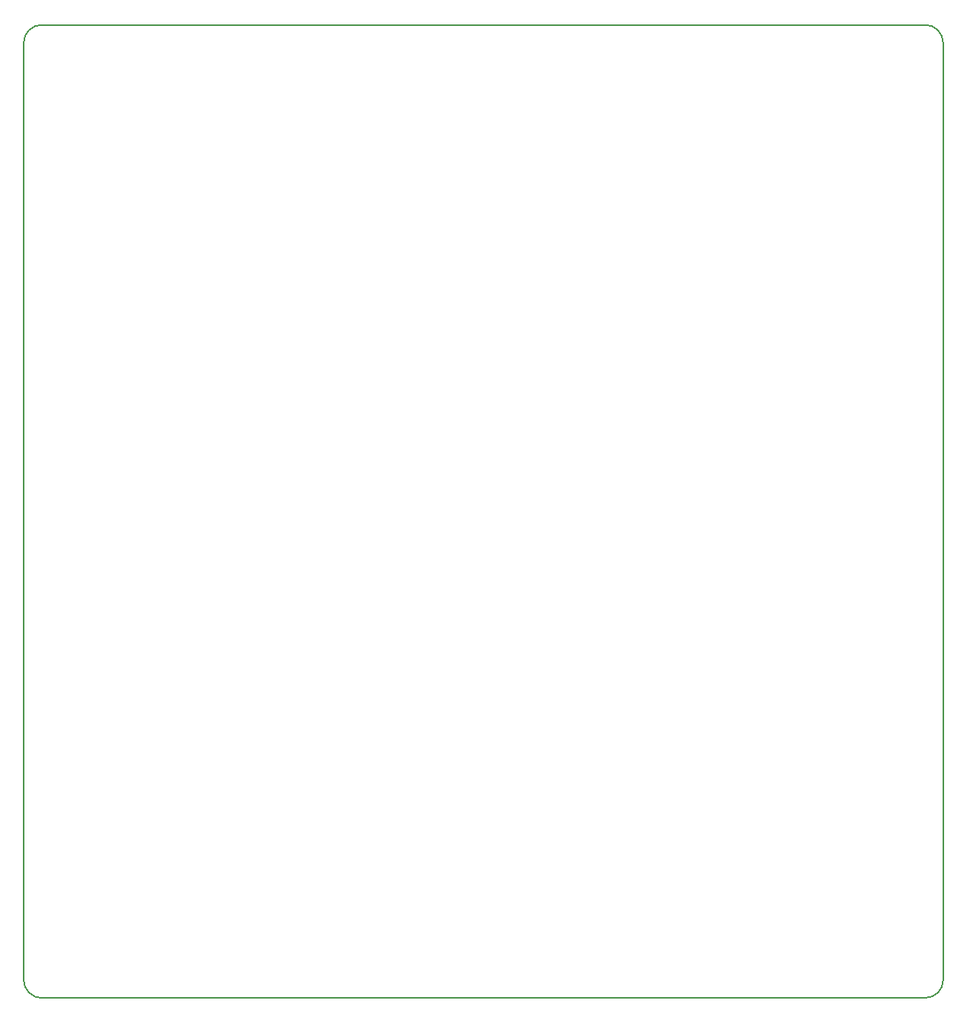
<source format=gbr>
G04 #@! TF.FileFunction,Profile,NP*
%FSLAX46Y46*%
G04 Gerber Fmt 4.6, Leading zero omitted, Abs format (unit mm)*
G04 Created by KiCad (PCBNEW 4.0.4-stable) date 02/13/18 14:48:55*
%MOMM*%
%LPD*%
G01*
G04 APERTURE LIST*
%ADD10C,0.100000*%
%ADD11C,0.150000*%
G04 APERTURE END LIST*
D10*
D11*
X120000000Y-128000000D02*
G75*
G03X122000000Y-126000000I0J2000000D01*
G01*
X122000000Y-22000000D02*
G75*
G03X120000000Y-20000000I-2000000J0D01*
G01*
X20000000Y-126000000D02*
G75*
G03X22000000Y-128000000I2000000J0D01*
G01*
X22000000Y-20000000D02*
G75*
G03X20000000Y-22000000I0J-2000000D01*
G01*
X122000000Y-126000000D02*
X122000000Y-22000000D01*
X22000000Y-128000000D02*
X120000000Y-128000000D01*
X20000000Y-22000000D02*
X20000000Y-126000000D01*
X22000000Y-20000000D02*
X120000000Y-20000000D01*
M02*

</source>
